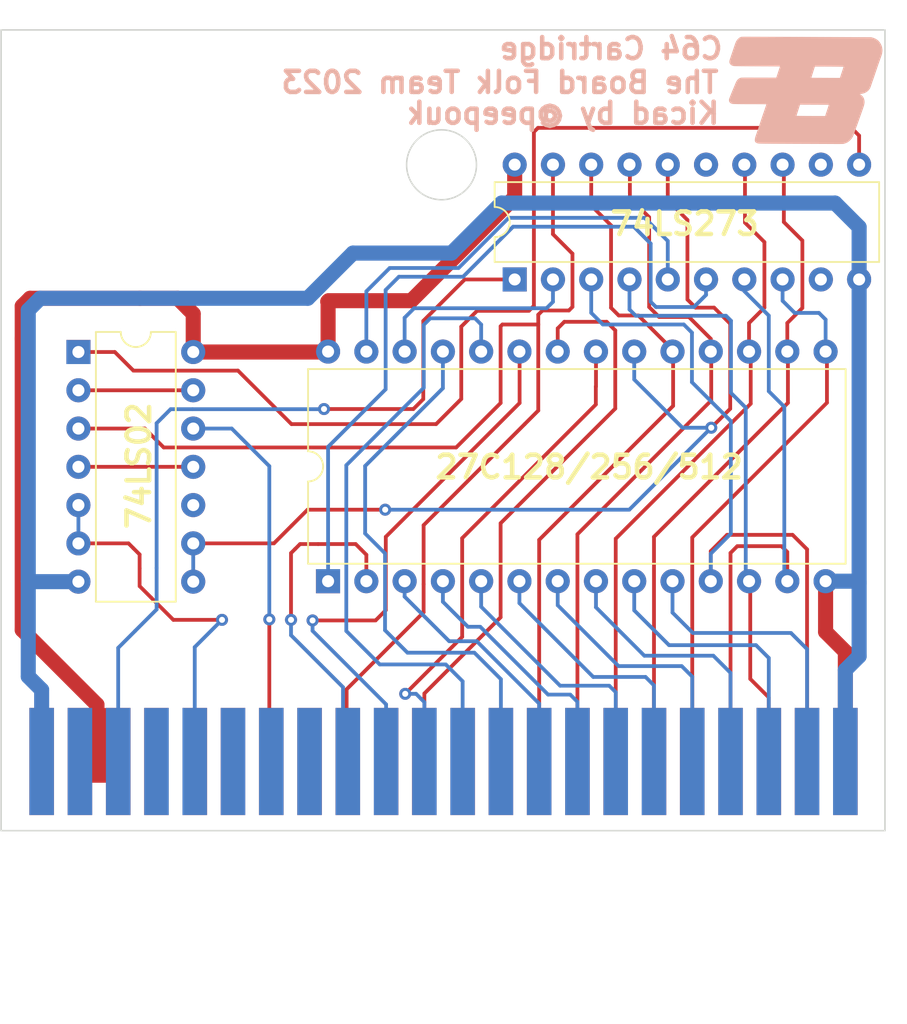
<source format=kicad_pcb>
(kicad_pcb (version 20221018) (generator pcbnew)
  (layers (0 "F.Cu" signal) (31 "B.Cu" signal) (34 "B.Paste" user) (35 "F.Paste" user) (36 "B.SilkS" user "B.Silkscreen") (37 "F.SilkS" user "F.Silkscreen") (38 "B.Mask" user) (39 "F.Mask" user) (44 "Edge.Cuts" user))
  (net 0 "")
  (net 1 "/Cp")
  (net 6 "Net-(U1-Pad13)")
  (net 7 "/Q7")
  (net 8 "Net-(U1-Pad11)")
  (net 9 "VCC")
  (net 23 "GND")
  (net 24 "/PHI2")
  (net 25 "/~{CE}")
  (net 26 "/_IO1")
  (net 27 "/A12")
  (net 28 "/_RESET")
  (net 29 "/A2")
  (net 30 "/A7")
  (net 31 "/A6")
  (net 32 "/A5")
  (net 33 "/A4")
  (net 34 "/A3")
  (net 35 "/A1")
  (net 36 "/A0")
  (net 37 "/Q1")
  (net 38 "/D0")
  (net 39 "/D1")
  (net 40 "/D2")
  (net 41 "/D3")
  (net 42 "/A8")
  (net 43 "/A9")
  (net 44 "/Q0")
  (net 45 "/Q2")
  (net 46 "/A10")
  (net 47 "/A11")
  (net 48 "/_ROML")
  (net 49 "/D7")
  (net 50 "/D6")
  (net 51 "/D5")
  (net 52 "/D4")
  (footprint "Package_DIP:DIP-20_W7.62mm" (layer "F.Cu") (at 149.585 103.71 90)
    (fp_text reference "U2" hide)
    (fp_text value "74LS273")
    (pad "1" thru_hole rect (at 0 0 90) (size 1.6 1.6) (drill 0.8) (layers "*.Cu" "*.Mask") (net 28 "/_RESET"))
    (pad "2" thru_hole oval (at 0 2.54 90) (size 1.6 1.6) (drill 0.8) (layers "*.Cu" "*.Mask") (net 44 "/Q0"))
    (pad "3" thru_hole oval (at 0 5.08 90) (size 1.6 1.6) (drill 0.8) (layers "*.Cu" "*.Mask") (net 38 "/D0"))
    (pad "4" thru_hole oval (at 0 7.62 90) (size 1.6 1.6) (drill 0.8) (layers "*.Cu" "*.Mask") (net 39 "/D1"))
    (pad "5" thru_hole oval (at 0 10.16 90) (size 1.6 1.6) (drill 0.8) (layers "*.Cu" "*.Mask") (net 37 "/Q1"))
    (pad "6" thru_hole oval (at 0 12.7 90) (size 1.6 1.6) (drill 0.8) (layers "*.Cu" "*.Mask") (net 45 "/Q2"))
    (pad "7" thru_hole oval (at 0 15.24 90) (size 1.6 1.6) (drill 0.8) (layers "*.Cu" "*.Mask") (net 40 "/D2"))
    (pad "8" thru_hole oval (at 0 17.78 90) (size 1.6 1.6) (drill 0.8) (layers "*.Cu" "*.Mask") (net 41 "/D3"))
    (pad "9" thru_hole oval (at 0 20.32 90) (size 1.6 1.6) (drill 0.8) (layers "*.Cu" "*.Mask"))
    (pad "10" thru_hole oval (at 0 22.86 90) (size 1.6 1.6) (drill 0.8) (layers "*.Cu" "*.Mask") (net 23 "GND"))
    (pad "11" thru_hole oval (at 7.62 22.86 90) (size 1.6 1.6) (drill 0.8) (layers "*.Cu" "*.Mask") (net 1 "/Cp"))
    (pad "12" thru_hole oval (at 7.62 20.32 90) (size 1.6 1.6) (drill 0.8) (layers "*.Cu" "*.Mask"))
    (pad "13" thru_hole oval (at 7.62 17.78 90) (size 1.6 1.6) (drill 0.8) (layers "*.Cu" "*.Mask") (net 52 "/D4"))
    (pad "14" thru_hole oval (at 7.62 15.24 90) (size 1.6 1.6) (drill 0.8) (layers "*.Cu" "*.Mask") (net 51 "/D5"))
    (pad "15" thru_hole oval (at 7.62 12.7 90) (size 1.6 1.6) (drill 0.8) (layers "*.Cu" "*.Mask"))
    (pad "16" thru_hole oval (at 7.62 10.16 90) (size 1.6 1.6) (drill 0.8) (layers "*.Cu" "*.Mask") (net 25 "/~{CE}"))
    (pad "17" thru_hole oval (at 7.62 7.62 90) (size 1.6 1.6) (drill 0.8) (layers "*.Cu" "*.Mask") (net 50 "/D6"))
    (pad "18" thru_hole oval (at 7.62 5.08 90) (size 1.6 1.6) (drill 0.8) (layers "*.Cu" "*.Mask") (net 49 "/D7"))
    (pad "19" thru_hole oval (at 7.62 2.54 90) (size 1.6 1.6) (drill 0.8) (layers "*.Cu" "*.Mask") (net 7 "/Q7"))
    (pad "20" thru_hole oval (at 7.62 0 90) (size 1.6 1.6) (drill 0.8) (layers "*.Cu" "*.Mask") (net 9 "VCC"))
  )
  (footprint "Package_DIP:DIP-28_W15.24mm" (layer "F.Cu") (at 137.2 123.735 90)
    (fp_text reference "U3" hide)
    (fp_text value "27C512")
    (pad "1" thru_hole rect (at 0 0 90) (size 1.6 1.6) (drill 0.8) (layers "*.Cu" "*.Mask") (net 45 "/Q2"))
    (pad "2" thru_hole oval (at 0 2.54 90) (size 1.6 1.6) (drill 0.8) (layers "*.Cu" "*.Mask") (net 27 "/A12"))
    (pad "3" thru_hole oval (at 0 5.08 90) (size 1.6 1.6) (drill 0.8) (layers "*.Cu" "*.Mask") (net 30 "/A7"))
    (pad "4" thru_hole oval (at 0 7.62 90) (size 1.6 1.6) (drill 0.8) (layers "*.Cu" "*.Mask") (net 31 "/A6"))
    (pad "5" thru_hole oval (at 0 10.16 90) (size 1.6 1.6) (drill 0.8) (layers "*.Cu" "*.Mask") (net 32 "/A5"))
    (pad "6" thru_hole oval (at 0 12.7 90) (size 1.6 1.6) (drill 0.8) (layers "*.Cu" "*.Mask") (net 33 "/A4"))
    (pad "7" thru_hole oval (at 0 15.24 90) (size 1.6 1.6) (drill 0.8) (layers "*.Cu" "*.Mask") (net 34 "/A3"))
    (pad "8" thru_hole oval (at 0 17.78 90) (size 1.6 1.6) (drill 0.8) (layers "*.Cu" "*.Mask") (net 29 "/A2"))
    (pad "9" thru_hole oval (at 0 20.32 90) (size 1.6 1.6) (drill 0.8) (layers "*.Cu" "*.Mask") (net 35 "/A1"))
    (pad "10" thru_hole oval (at 0 22.86 90) (size 1.6 1.6) (drill 0.8) (layers "*.Cu" "*.Mask") (net 36 "/A0"))
    (pad "11" thru_hole oval (at 0 25.4 90) (size 1.6 1.6) (drill 0.8) (layers "*.Cu" "*.Mask") (net 38 "/D0"))
    (pad "12" thru_hole oval (at 0 27.94 90) (size 1.6 1.6) (drill 0.8) (layers "*.Cu" "*.Mask") (net 39 "/D1"))
    (pad "13" thru_hole oval (at 0 30.48 90) (size 1.6 1.6) (drill 0.8) (layers "*.Cu" "*.Mask") (net 40 "/D2"))
    (pad "14" thru_hole oval (at 0 33.02 90) (size 1.6 1.6) (drill 0.8) (layers "*.Cu" "*.Mask") (net 23 "GND"))
    (pad "15" thru_hole oval (at 15.24 33.02 90) (size 1.6 1.6) (drill 0.8) (layers "*.Cu" "*.Mask") (net 41 "/D3"))
    (pad "16" thru_hole oval (at 15.24 30.48 90) (size 1.6 1.6) (drill 0.8) (layers "*.Cu" "*.Mask") (net 52 "/D4"))
    (pad "17" thru_hole oval (at 15.24 27.94 90) (size 1.6 1.6) (drill 0.8) (layers "*.Cu" "*.Mask") (net 51 "/D5"))
    (pad "18" thru_hole oval (at 15.24 25.4 90) (size 1.6 1.6) (drill 0.8) (layers "*.Cu" "*.Mask") (net 50 "/D6"))
    (pad "19" thru_hole oval (at 15.24 22.86 90) (size 1.6 1.6) (drill 0.8) (layers "*.Cu" "*.Mask") (net 49 "/D7"))
    (pad "20" thru_hole oval (at 15.24 20.32 90) (size 1.6 1.6) (drill 0.8) (layers "*.Cu" "*.Mask") (net 25 "/~{CE}"))
    (pad "21" thru_hole oval (at 15.24 17.78 90) (size 1.6 1.6) (drill 0.8) (layers "*.Cu" "*.Mask") (net 46 "/A10"))
    (pad "22" thru_hole oval (at 15.24 15.24 90) (size 1.6 1.6) (drill 0.8) (layers "*.Cu" "*.Mask") (net 48 "/_ROML"))
    (pad "23" thru_hole oval (at 15.24 12.7 90) (size 1.6 1.6) (drill 0.8) (layers "*.Cu" "*.Mask") (net 47 "/A11"))
    (pad "24" thru_hole oval (at 15.24 10.16 90) (size 1.6 1.6) (drill 0.8) (layers "*.Cu" "*.Mask") (net 43 "/A9"))
    (pad "25" thru_hole oval (at 15.24 7.62 90) (size 1.6 1.6) (drill 0.8) (layers "*.Cu" "*.Mask") (net 42 "/A8"))
    (pad "26" thru_hole oval (at 15.24 5.08 90) (size 1.6 1.6) (drill 0.8) (layers "*.Cu" "*.Mask") (net 44 "/Q0"))
    (pad "27" thru_hole oval (at 15.24 2.54 90) (size 1.6 1.6) (drill 0.8) (layers "*.Cu" "*.Mask") (net 37 "/Q1"))
    (pad "28" thru_hole oval (at 15.24 0 90) (size 1.6 1.6) (drill 0.8) (layers "*.Cu" "*.Mask") (net 9 "VCC"))
  )
  (footprint "C64 Cart:Edge Connector 2x22 2.54mm" (layer "F.Cu") (at 171.41 136.08 -90)
    (fp_text reference "J1" hide)
    (fp_text value "Cart Edge" hide)
    (pad "1" smd rect (at -0.38 53.22) (size 1.63 7.11) (layers "F.Cu" "F.Mask"))
    (pad "2" smd rect (at -0.38 50.68) (size 1.63 7.11) (layers "F.Cu" "F.Mask") (net 9 "VCC"))
    (pad "3" smd rect (at -0.38 48.14) (size 1.63 7.11) (layers "F.Cu" "F.Mask") (net 9 "VCC"))
    (pad "4" smd rect (at -0.38 45.6) (size 1.63 7.11) (layers "F.Cu" "F.Mask"))
    (pad "5" smd rect (at -0.38 43.06) (size 1.63 7.11) (layers "F.Cu" "F.Mask"))
    (pad "6" smd rect (at -0.38 40.52) (size 1.63 7.11) (layers "F.Cu" "F.Mask"))
    (pad "7" smd rect (at -0.38 37.98) (size 1.63 7.11) (layers "F.Cu" "F.Mask") (net 26 "/_IO1"))
    (pad "8" smd rect (at -0.38 35.44) (size 1.63 7.11) (layers "F.Cu" "F.Mask"))
    (pad "9" smd rect (at -0.38 32.9) (size 1.63 7.11) (layers "F.Cu" "F.Mask") (net 7 "/Q7"))
    (pad "10" smd rect (at -0.38 30.36) (size 1.63 7.11) (layers "F.Cu" "F.Mask"))
    (pad "11" smd rect (at -0.38 27.82) (size 1.63 7.11) (layers "F.Cu" "F.Mask") (net 48 "/_ROML"))
    (pad "12" smd rect (at -0.38 25.28) (size 1.63 7.11) (layers "F.Cu" "F.Mask"))
    (pad "13" smd rect (at -0.38 22.74) (size 1.63 7.11) (layers "F.Cu" "F.Mask"))
    (pad "14" smd rect (at -0.38 20.2) (size 1.63 7.11) (layers "F.Cu" "F.Mask") (net 49 "/D7"))
    (pad "15" smd rect (at -0.38 17.66) (size 1.63 7.11) (layers "F.Cu" "F.Mask") (net 50 "/D6"))
    (pad "16" smd rect (at -0.38 15.12) (size 1.63 7.11) (layers "F.Cu" "F.Mask") (net 51 "/D5"))
    (pad "17" smd rect (at -0.38 12.58) (size 1.63 7.11) (layers "F.Cu" "F.Mask") (net 52 "/D4"))
    (pad "18" smd rect (at -0.38 10.04) (size 1.63 7.11) (layers "F.Cu" "F.Mask") (net 41 "/D3"))
    (pad "19" smd rect (at -0.38 7.5) (size 1.63 7.11) (layers "F.Cu" "F.Mask") (net 40 "/D2"))
    (pad "20" smd rect (at -0.38 4.96) (size 1.63 7.11) (layers "F.Cu" "F.Mask") (net 39 "/D1"))
    (pad "21" smd rect (at -0.38 2.42) (size 1.63 7.11) (layers "F.Cu" "F.Mask") (net 38 "/D0"))
    (pad "22" smd rect (at -0.38 -0.12) (size 1.63 7.11) (layers "F.Cu" "F.Mask") (net 23 "GND"))
    (pad "A" smd rect (at -0.38 53.22) (size 1.63 7.11) (layers "B.Cu" "B.Mask") (net 23 "GND"))
    (pad "B" smd rect (at -0.38 50.68) (size 1.63 7.11) (layers "B.Cu" "B.Mask"))
    (pad "C" smd rect (at -0.38 48.14) (size 1.63 7.11) (layers "B.Cu" "B.Mask") (net 28 "/_RESET"))
    (pad "D" smd rect (at -0.38 45.6) (size 1.63 7.11) (layers "B.Cu" "B.Mask"))
    (pad "E" smd rect (at -0.38 43.06) (size 1.63 7.11) (layers "B.Cu" "B.Mask") (net 24 "/PHI2"))
    (pad "F" smd rect (at -0.38 40.52) (size 1.63 7.11) (layers "B.Cu" "B.Mask"))
    (pad "H" smd rect (at -0.38 37.98) (size 1.63 7.11) (layers "B.Cu" "B.Mask"))
    (pad "J" smd rect (at -0.38 35.44) (size 1.63 7.11) (layers "B.Cu" "B.Mask"))
    (pad "K" smd rect (at -0.38 32.9) (size 1.63 7.11) (layers "B.Cu" "B.Mask") (net 27 "/A12"))
    (pad "L" smd rect (at -0.38 30.36) (size 1.63 7.11) (layers "B.Cu" "B.Mask") (net 47 "/A11"))
    (pad "M" smd rect (at -0.38 27.82) (size 1.63 7.11) (layers "B.Cu" "B.Mask") (net 46 "/A10"))
    (pad "N" smd rect (at -0.38 25.28) (size 1.63 7.11) (layers "B.Cu" "B.Mask") (net 43 "/A9"))
    (pad "P" smd rect (at -0.38 22.74) (size 1.63 7.11) (layers "B.Cu" "B.Mask") (net 42 "/A8"))
    (pad "R" smd rect (at -0.38 20.2) (size 1.63 7.11) (layers "B.Cu" "B.Mask") (net 30 "/A7"))
    (pad "S" smd rect (at -0.38 17.66) (size 1.63 7.11) (layers "B.Cu" "B.Mask") (net 31 "/A6"))
    (pad "T" smd rect (at -0.38 15.12) (size 1.63 7.11) (layers "B.Cu" "B.Mask") (net 32 "/A5"))
    (pad "U" smd rect (at -0.38 12.58) (size 1.63 7.11) (layers "B.Cu" "B.Mask") (net 33 "/A4"))
    (pad "V" smd rect (at -0.38 10.04) (size 1.63 7.11) (layers "B.Cu" "B.Mask") (net 34 "/A3"))
    (pad "W" smd rect (at -0.38 7.5) (size 1.63 7.11) (layers "B.Cu" "B.Mask") (net 29 "/A2"))
    (pad "X" smd rect (at -0.38 4.96) (size 1.63 7.11) (layers "B.Cu" "B.Mask") (net 35 "/A1"))
    (pad "Y" smd rect (at -0.38 2.42) (size 1.63 7.11) (layers "B.Cu" "B.Mask") (net 36 "/A0"))
    (pad "Z" smd rect (at -0.38 -0.12) (size 1.63 7.11) (layers "B.Cu" "B.Mask") (net 23 "GND"))
  )
  (footprint "Package_DIP:DIP-14_W7.62mm" (layer "F.Cu") (at 120.63 108.525)
    (fp_text reference "U1" hide)
    (fp_text value "74LS02")
    (pad "1" thru_hole rect (at 0 0) (size 1.6 1.6) (drill 0.8) (layers "*.Cu" "*.Mask") (net 1 "/Cp"))
    (pad "2" thru_hole oval (at 0 2.54) (size 1.6 1.6) (drill 0.8) (layers "*.Cu" "*.Mask") (net 6 "Net-(U1-Pad13)"))
    (pad "3" thru_hole oval (at 0 5.08) (size 1.6 1.6) (drill 0.8) (layers "*.Cu" "*.Mask") (net 7 "/Q7"))
    (pad "4" thru_hole oval (at 0 7.62) (size 1.6 1.6) (drill 0.8) (layers "*.Cu" "*.Mask") (net 8 "Net-(U1-Pad11)"))
    (pad "5" thru_hole oval (at 0 10.16) (size 1.6 1.6) (drill 0.8) (layers "*.Cu" "*.Mask") (net 24 "/PHI2"))
    (pad "6" thru_hole oval (at 0 12.7) (size 1.6 1.6) (drill 0.8) (layers "*.Cu" "*.Mask") (net 24 "/PHI2"))
    (pad "7" thru_hole oval (at 0 15.24) (size 1.6 1.6) (drill 0.8) (layers "*.Cu" "*.Mask") (net 23 "GND"))
    (pad "8" thru_hole oval (at 7.62 15.24) (size 1.6 1.6) (drill 0.8) (layers "*.Cu" "*.Mask") (net 25 "/~{CE}"))
    (pad "9" thru_hole oval (at 7.62 12.7) (size 1.6 1.6) (drill 0.8) (layers "*.Cu" "*.Mask") (net 25 "/~{CE}"))
    (pad "10" thru_hole oval (at 7.62 10.16) (size 1.6 1.6) (drill 0.8) (layers "*.Cu" "*.Mask"))
    (pad "11" thru_hole oval (at 7.62 7.62) (size 1.6 1.6) (drill 0.8) (layers "*.Cu" "*.Mask") (net 8 "Net-(U1-Pad11)"))
    (pad "12" thru_hole oval (at 7.62 5.08) (size 1.6 1.6) (drill 0.8) (layers "*.Cu" "*.Mask") (net 26 "/_IO1"))
    (pad "13" thru_hole oval (at 7.62 2.54) (size 1.6 1.6) (drill 0.8) (layers "*.Cu" "*.Mask") (net 6 "Net-(U1-Pad13)"))
    (pad "14" thru_hole oval (at 7.62 0) (size 1.6 1.6) (drill 0.8) (layers "*.Cu" "*.Mask") (net 9 "VCC"))
  )
  (footprint "C64 Cart:BF12" (layer "B.Cu") (at 168.799646 91.257898 180)
    (fp_text reference "G***")
    (fp_text value "LOGO12" hide)
  )
  (gr_line (start 174.16 87.15) (end 115.5 87.15) (stroke (width 0.1)) (layer "Edge.Cuts"))
  (gr_circle (center 144.73 96.1) (end 146.37 97.74) (stroke (width 0.1)) (fill none) (layer "Edge.Cuts"))
  (gr_line (start 174.16 140.29) (end 174.16 87.15) (stroke (width 0.1)) (layer "Edge.Cuts"))
  (gr_line (start 115.5 140.29) (end 174.16 140.29) (stroke (width 0.1)) (layer "Edge.Cuts"))
  (gr_line (start 115.5 87.15) (end 115.5 140.29) (stroke (width 0.1)) (layer "Edge.Cuts"))
  (gr_text "Kicad by @peepouk" (at 163.32 93.5) (layer "B.SilkS") (effects (font (size 1.4 1.4) (thickness 0.3) bold) (justify left bottom mirror)))
  (gr_text "C64 Cartridge" (at 163.54 89.21) (layer "B.SilkS") (effects (font (size 1.4 1.4) (thickness 0.3) bold) (justify left bottom mirror)))
  (gr_text "The Board Folk Team 2023" (at 163.27 91.45) (layer "B.SilkS") (effects (font (size 1.4 1.4) (thickness 0.3) bold) (justify left bottom mirror)))
  (gr_text "74LS273" (at 155.77 100.89) (layer "F.SilkS") (effects (font (size 1.5 1.5) (thickness 0.3) bold) (justify left bottom)))
  (gr_text "74LS02" (at 125.52 120.45 90) (layer "F.SilkS") (effects (font (size 1.5 1.5) (thickness 0.3) bold) (justify left bottom)))
  (gr_text "27C128/256/512" (at 144.15 117.04) (layer "F.SilkS") (effects (font (size 1.5 1.5) (thickness 0.3) bold) (justify left bottom)))
  (segment (start 120.63 108.525) (end 123.045 108.525) (width 0.25) (layer "F.Cu") (net 1))
  (segment (start 134.77 113.31) (end 144.37 113.31) (width 0.25) (layer "F.Cu") (net 1))
  (segment (start 151.13 93.65) (end 171.93 93.65) (width 0.25) (layer "F.Cu") (net 1))
  (segment (start 144.37 113.31) (end 146.04 111.64) (width 0.25) (layer "F.Cu") (net 1))
  (segment (start 123.045 108.525) (end 124.28 109.76) (width 0.25) (layer "F.Cu") (net 1))
  (segment (start 131.22 109.76) (end 134.77 113.31) (width 0.25) (layer "F.Cu") (net 1))
  (segment (start 172.445 94.165) (end 172.445 96.09) (width 0.25) (layer "F.Cu") (net 1))
  (segment (start 150.86 93.92) (end 151.13 93.65) (width 0.25) (layer "F.Cu") (net 1))
  (segment (start 150.53 105.79) (end 150.86 105.46) (width 0.25) (layer "F.Cu") (net 1))
  (segment (start 150.86 105.46) (end 150.86 93.92) (width 0.25) (layer "F.Cu") (net 1))
  (segment (start 146.04 111.64) (end 146.04 106.84) (width 0.25) (layer "F.Cu") (net 1))
  (segment (start 124.28 109.76) (end 131.22 109.76) (width 0.25) (layer "F.Cu") (net 1))
  (segment (start 171.93 93.65) (end 172.445 94.165) (width 0.25) (layer "F.Cu") (net 1))
  (segment (start 146.04 106.84) (end 147.09 105.79) (width 0.25) (layer "F.Cu") (net 1))
  (segment (start 147.09 105.79) (end 150.53 105.79) (width 0.25) (layer "F.Cu") (net 1))
  (segment (start 120.63 111.065) (end 128.25 111.065) (width 0.25) (layer "F.Cu") (net 6))
  (segment (start 151.43 105.77) (end 153.18 105.77) (width 0.25) (layer "F.Cu") (net 7))
  (segment (start 152.125 100.705) (end 152.125 96.09) (width 0.25) (layer "F.Cu") (net 7))
  (segment (start 151.15 106.7) (end 151.15 106.05) (width 0.25) (layer "F.Cu") (net 7))
  (segment (start 126.29 114.86) (end 145.7 114.86) (width 0.25) (layer "F.Cu") (net 7))
  (segment (start 151.15 112.41) (end 150.25 113.31) (width 0.25) (layer "F.Cu") (net 7))
  (segment (start 148.65 111.91) (end 148.65 106.82) (width 0.25) (layer "F.Cu") (net 7))
  (segment (start 120.63 113.605) (end 125.035 113.605) (width 0.25) (layer "F.Cu") (net 7))
  (segment (start 150.25 113.31) (end 143.54 120.02) (width 0.25) (layer "F.Cu") (net 7))
  (segment (start 138.43 130.91) (end 138.43 135.77) (width 0.25) (layer "F.Cu") (net 7))
  (segment (start 143.54 125.8) (end 140.47 128.87) (width 0.25) (layer "F.Cu") (net 7))
  (segment (start 148.77 106.7) (end 151.15 106.7) (width 0.25) (layer "F.Cu") (net 7))
  (segment (start 140.47 128.87) (end 138.43 130.91) (width 0.25) (layer "F.Cu") (net 7))
  (segment (start 151.15 106.05) (end 151.43 105.77) (width 0.25) (layer "F.Cu") (net 7))
  (segment (start 151.15 106.7) (end 151.15 112.41) (width 0.25) (layer "F.Cu") (net 7))
  (segment (start 143.54 123.94) (end 143.54 125.8) (width 0.25) (layer "F.Cu") (net 7))
  (segment (start 145.7 114.86) (end 148.65 111.91) (width 0.25) (layer "F.Cu") (net 7))
  (segment (start 125.035 113.605) (end 126.29 114.86) (width 0.25) (layer "F.Cu") (net 7))
  (segment (start 153.42 102) (end 152.125 100.705) (width 0.25) (layer "F.Cu") (net 7))
  (segment (start 153.42 105.53) (end 153.42 102) (width 0.25) (layer "F.Cu") (net 7))
  (segment (start 153.18 105.77) (end 153.42 105.53) (width 0.25) (layer "F.Cu") (net 7))
  (segment (start 143.54 120.02) (end 143.54 123.94) (width 0.25) (layer "F.Cu") (net 7))
  (segment (start 148.65 106.82) (end 148.77 106.7) (width 0.25) (layer "F.Cu") (net 7))
  (segment (start 120.63 116.145) (end 128.25 116.145) (width 0.25) (layer "F.Cu") (net 8))
  (segment (start 116.9 126.97) (end 121.86 131.93) (width 1) (layer "F.Cu") (net 9))
  (segment (start 116.9 105.48) (end 116.9 107.64) (width 1) (layer "F.Cu") (net 9))
  (segment (start 121.86 133.76) (end 121.87 133.77) (width 1) (layer "F.Cu") (net 9))
  (segment (start 137.24 105.12) (end 142.72 105.12) (width 1) (layer "F.Cu") (net 9))
  (segment (start 137.18 105.18) (end 137.24 105.12) (width 1) (layer "F.Cu") (net 9))
  (segment (start 116.9 107.64) (end 116.9 126.97) (width 1) (layer "F.Cu") (net 9))
  (segment (start 127.92 105.66) (end 127.22 104.96) (width 1) (layer "F.Cu") (net 9))
  (segment (start 127.22 104.96) (end 124.71 104.96) (width 1) (layer "F.Cu") (net 9))
  (segment (start 149.585 98.255) (end 149.585 96.09) (width 1) (layer "F.Cu") (net 9))
  (segment (start 124.71 104.96) (end 117.42 104.96) (width 1) (layer "F.Cu") (net 9))
  (segment (start 128.25 108.525) (end 128.25 105.99) (width 1) (layer "F.Cu") (net 9))
  (segment (start 137.2 105.2) (end 137.18 105.18) (width 1) (layer "F.Cu") (net 9))
  (segment (start 128.25 105.99) (end 127.92 105.66) (width 1) (layer "F.Cu") (net 9))
  (segment (start 121.86 131.93) (end 121.86 133.76) (width 1) (layer "F.Cu") (net 9))
  (segment (start 116.96 105.42) (end 116.9 105.48) (width 1) (layer "F.Cu") (net 9))
  (segment (start 142.72 105.12) (end 149.585 98.255) (width 1) (layer "F.Cu") (net 9))
  (segment (start 117.42 104.96) (end 116.96 105.42) (width 1) (layer "F.Cu") (net 9))
  (segment (start 128.25 108.525) (end 137.17 108.525) (width 1) (layer "F.Cu") (net 9))
  (segment (start 137.2 108.495) (end 137.2 105.2) (width 1) (layer "F.Cu") (net 9))
  (segment (start 137.17 108.525) (end 137.2 108.495) (width 1) (layer "F.Cu") (net 9))
  (segment (start 171.53 128.41) (end 170.22 127.1) (width 1) (layer "F.Cu") (net 23))
  (segment (start 171.53 135.7) (end 171.53 128.41) (width 1) (layer "F.Cu") (net 23))
  (segment (start 170.22 127.1) (end 170.22 123.735) (width 1) (layer "F.Cu") (net 23))
  (segment (start 171.53 129.63) (end 172.445 128.715) (width 1) (layer "B.Cu") (net 23))
  (segment (start 148.71 98.64) (end 145.39 101.96) (width 1) (layer "B.Cu") (net 23))
  (segment (start 170.85 98.64) (end 148.71 98.64) (width 1) (layer "B.Cu") (net 23))
  (segment (start 120.63 123.765) (end 117.325 123.765) (width 1) (layer "B.Cu") (net 23))
  (segment (start 145.39 101.96) (end 138.85 101.96) (width 1) (layer "B.Cu") (net 23))
  (segment (start 172.445 100.235) (end 170.85 98.64) (width 1) (layer "B.Cu") (net 23))
  (segment (start 117.3 130.06) (end 118.19 130.95) (width 1) (layer "B.Cu") (net 23))
  (segment (start 117.3 105.75) (end 117.3 123.74) (width 1) (layer "B.Cu") (net 23))
  (segment (start 117.325 123.765) (end 117.3 123.74) (width 1) (layer "B.Cu") (net 23))
  (segment (start 138.85 101.96) (end 135.85 104.96) (width 1) (layer "B.Cu") (net 23))
  (segment (start 172.445 103.71) (end 172.445 100.235) (width 1) (layer "B.Cu") (net 23))
  (segment (start 172.36 123.735) (end 172.445 123.82) (width 1) (layer "B.Cu") (net 23))
  (segment (start 172.445 128.715) (end 172.445 123.82) (width 1) (layer "B.Cu") (net 23))
  (segment (start 117.3 123.74) (end 117.3 130.06) (width 1) (layer "B.Cu") (net 23))
  (segment (start 171.53 135.7) (end 171.53 129.63) (width 1) (layer "B.Cu") (net 23))
  (segment (start 172.445 123.82) (end 172.445 103.71) (width 1) (layer "B.Cu") (net 23))
  (segment (start 135.85 104.96) (end 118.09 104.96) (width 1) (layer "B.Cu") (net 23))
  (segment (start 118.09 104.96) (end 117.3 105.75) (width 1) (layer "B.Cu") (net 23))
  (segment (start 118.19 130.95) (end 118.19 135.7) (width 1) (layer "B.Cu") (net 23))
  (segment (start 170.22 123.735) (end 172.36 123.735) (width 1) (layer "B.Cu") (net 23))
  (segment (start 120.63 121.225) (end 123.955 121.225) (width 0.25) (layer "F.Cu") (net 24))
  (segment (start 126.93 126.3) (end 130.16 126.3) (width 0.25) (layer "F.Cu") (net 24))
  (segment (start 124.69 122.88) (end 124.69 124.06) (width 0.25) (layer "F.Cu") (net 24))
  (segment (start 124.69 124.06) (end 125.47 124.84) (width 0.25) (layer "F.Cu") (net 24))
  (segment (start 124.28 121.55) (end 124.69 121.96) (width 0.25) (layer "F.Cu") (net 24))
  (segment (start 123.955 121.225) (end 124.28 121.55) (width 0.25) (layer "F.Cu") (net 24))
  (segment (start 124.69 121.96) (end 124.69 122.88) (width 0.25) (layer "F.Cu") (net 24))
  (segment (start 125.47 124.84) (end 126.93 126.3) (width 0.25) (layer "F.Cu") (net 24))
  (via (at 130.16 126.3) (size 0.8) (drill 0.4) (layers "F.Cu" "B.Cu") (net 24))
  (segment (start 128.35 128.11) (end 128.35 135.7) (width 0.25) (layer "B.Cu") (net 24))
  (segment (start 130.16 126.3) (end 128.35 128.11) (width 0.25) (layer "B.Cu") (net 24))
  (segment (start 120.63 118.685) (end 120.63 121.225) (width 0.25) (layer "B.Cu") (net 24))
  (segment (start 161.05 105.04) (end 161.05 99.76) (width 0.25) (layer "F.Cu") (net 25))
  (segment (start 162.63 113.55) (end 163.89 112.29) (width 0.25) (layer "F.Cu") (net 25))
  (segment (start 133.605 121.225) (end 134.78 120.05) (width 0.25) (layer "F.Cu") (net 25))
  (segment (start 134.78 120.05) (end 135.84 118.99) (width 0.25) (layer "F.Cu") (net 25))
  (segment (start 159.745 98.455) (end 159.745 96.09) (width 0.25) (layer "F.Cu") (net 25))
  (segment (start 161.05 99.76) (end 159.745 98.455) (width 0.25) (layer "F.Cu") (net 25))
  (segment (start 162.82 105.58) (end 161.59 105.58) (width 0.25) (layer "F.Cu") (net 25))
  (segment (start 163.89 106.65) (end 162.82 105.58) (width 0.25) (layer "F.Cu") (net 25))
  (segment (start 128.25 121.225) (end 133.605 121.225) (width 0.25) (layer "F.Cu") (net 25))
  (segment (start 163.89 112.29) (end 163.89 106.65) (width 0.25) (layer "F.Cu") (net 25))
  (segment (start 161.59 105.58) (end 161.05 105.04) (width 0.25) (layer "F.Cu") (net 25))
  (segment (start 135.84 118.99) (end 140.99 118.99) (width 0.25) (layer "F.Cu") (net 25))
  (via (at 140.99 118.99) (size 0.8) (drill 0.4) (layers "F.Cu" "B.Cu") (net 25))
  (via (at 162.63 113.55) (size 0.8) (drill 0.4) (layers "F.Cu" "B.Cu") (net 25))
  (segment (start 128.25 123.765) (end 128.25 121.225) (width 0.25) (layer "B.Cu") (net 25))
  (segment (start 157.19 118.99) (end 162.63 113.55) (width 0.25) (layer "B.Cu") (net 25))
  (segment (start 160.72 113.55) (end 157.52 110.35) (width 0.25) (layer "B.Cu") (net 25))
  (segment (start 140.99 118.99) (end 157.19 118.99) (width 0.25) (layer "B.Cu") (net 25))
  (segment (start 157.52 110.35) (end 157.52 108.495) (width 0.25) (layer "B.Cu") (net 25))
  (segment (start 162.63 113.55) (end 160.72 113.55) (width 0.25) (layer "B.Cu") (net 25))
  (segment (start 133.3 126.27) (end 133.3 135.57) (width 0.25) (layer "F.Cu") (net 26))
  (segment (start 133.3 135.57) (end 133.43 135.7) (width 0.25) (layer "F.Cu") (net 26))
  (via (at 133.3 126.27) (size 0.8) (drill 0.4) (layers "F.Cu" "B.Cu") (net 26))
  (segment (start 130.805 113.605) (end 131.44 114.24) (width 0.25) (layer "B.Cu") (net 26))
  (segment (start 128.25 113.605) (end 130.805 113.605) (width 0.25) (layer "B.Cu") (net 26))
  (segment (start 131.44 114.24) (end 133.3 116.1) (width 0.25) (layer "B.Cu") (net 26))
  (segment (start 133.3 116.1) (end 133.3 126.27) (width 0.25) (layer "B.Cu") (net 26))
  (segment (start 139.74 123.735) (end 139.74 121.98) (width 0.25) (layer "F.Cu") (net 27))
  (segment (start 136.54 121.27) (end 135.34 121.27) (width 0.25) (layer "F.Cu") (net 27))
  (segment (start 135.34 121.27) (end 135.02 121.59) (width 0.25) (layer "F.Cu") (net 27))
  (segment (start 139.74 121.98) (end 139.4 121.64) (width 0.25) (layer "F.Cu") (net 27))
  (segment (start 134.74 121.87) (end 134.74 126.3) (width 0.25) (layer "F.Cu") (net 27))
  (segment (start 139.4 121.64) (end 139.03 121.27) (width 0.25) (layer "F.Cu") (net 27))
  (segment (start 139.03 121.27) (end 136.54 121.27) (width 0.25) (layer "F.Cu") (net 27))
  (segment (start 135.02 121.59) (end 134.74 121.87) (width 0.25) (layer "F.Cu") (net 27))
  (via (at 134.74 126.3) (size 0.8) (drill 0.4) (layers "F.Cu" "B.Cu") (net 27))
  (segment (start 138.19 130.77) (end 138.19 135.38) (width 0.25) (layer "B.Cu") (net 27))
  (segment (start 134.74 126.3) (end 134.74 127.32) (width 0.25) (layer "B.Cu") (net 27))
  (segment (start 134.74 127.32) (end 138.19 130.77) (width 0.25) (layer "B.Cu") (net 27))
  (segment (start 138.19 135.38) (end 138.51 135.7) (width 0.25) (layer "B.Cu") (net 27))
  (segment (start 143.52 111.65) (end 143.52 106.46) (width 0.25) (layer "F.Cu") (net 28))
  (segment (start 143.52 106.46) (end 146.27 103.71) (width 0.25) (layer "F.Cu") (net 28))
  (segment (start 136.93 112.31) (end 142.86 112.31) (width 0.25) (layer "F.Cu") (net 28))
  (segment (start 142.86 112.31) (end 143.52 111.65) (width 0.25) (layer "F.Cu") (net 28))
  (segment (start 146.27 103.71) (end 149.585 103.71) (width 0.25) (layer "F.Cu") (net 28))
  (via (at 136.93 112.31) (size 0.8) (drill 0.4) (layers "F.Cu" "B.Cu") (net 28))
  (segment (start 126.75 112.32) (end 128.2 112.32) (width 0.25) (layer "B.Cu") (net 28))
  (segment (start 124.4 127.03) (end 125.82 125.61) (width 0.25) (layer "B.Cu") (net 28))
  (segment (start 123.27 128.16) (end 124.4 127.03) (width 0.25) (layer "B.Cu") (net 28))
  (segment (start 125.82 125.61) (end 125.82 122.86) (width 0.25) (layer "B.Cu") (net 28))
  (segment (start 126.22 112.85) (end 126.75 112.32) (width 0.25) (layer "B.Cu") (net 28))
  (segment (start 125.82 122.86) (end 125.82 113.25) (width 0.25) (layer "B.Cu") (net 28))
  (segment (start 125.82 113.25) (end 126.22 112.85) (width 0.25) (layer "B.Cu") (net 28))
  (segment (start 128.2 112.32) (end 136.92 112.32) (width 0.25) (layer "B.Cu") (net 28))
  (segment (start 136.92 112.32) (end 136.93 112.31) (width 0.25) (layer "B.Cu") (net 28))
  (segment (start 123.27 135.7) (end 123.27 128.16) (width 0.25) (layer "B.Cu") (net 28))
  (segment (start 154.98 125.47) (end 158.19 128.68) (width 0.25) (layer "B.Cu") (net 29))
  (segment (start 162.77 128.68) (end 163.91 129.82) (width 0.25) (layer "B.Cu") (net 29))
  (segment (start 163.91 129.82) (end 163.91 135.7) (width 0.25) (layer "B.Cu") (net 29))
  (segment (start 158.19 128.68) (end 162.77 128.68) (width 0.25) (layer "B.Cu") (net 29))
  (segment (start 154.98 123.735) (end 154.98 125.47) (width 0.25) (layer "B.Cu") (net 29))
  (segment (start 151.21 131.86) (end 151.21 135.7) (width 0.25) (layer "B.Cu") (net 30))
  (segment (start 147.07 127.72) (end 151.21 131.86) (width 0.25) (layer "B.Cu") (net 30))
  (segment (start 142.28 123.735) (end 142.28 124.76) (width 0.25) (layer "B.Cu") (net 30))
  (segment (start 142.28 124.76) (end 145.24 127.72) (width 0.25) (layer "B.Cu") (net 30))
  (segment (start 145.24 127.72) (end 147.07 127.72) (width 0.25) (layer "B.Cu") (net 30))
  (segment (start 151.8 131.26) (end 153.27 131.26) (width 0.25) (layer "B.Cu") (net 31))
  (segment (start 153.27 131.26) (end 153.75 131.74) (width 0.25) (layer "B.Cu") (net 31))
  (segment (start 153.75 131.74) (end 153.75 135.7) (width 0.25) (layer "B.Cu") (net 31))
  (segment (start 144.82 125.1) (end 146.48 126.76) (width 0.25) (layer "B.Cu") (net 31))
  (segment (start 144.82 123.735) (end 144.82 125.1) (width 0.25) (layer "B.Cu") (net 31))
  (segment (start 146.48 126.76) (end 147.3 126.76) (width 0.25) (layer "B.Cu") (net 31))
  (segment (start 147.3 126.76) (end 151.8 131.26) (width 0.25) (layer "B.Cu") (net 31))
  (segment (start 147.36 123.735) (end 147.36 125.43) (width 0.25) (layer "B.Cu") (net 32))
  (segment (start 155.86 130.67) (end 156.29 131.1) (width 0.25) (layer "B.Cu") (net 32))
  (segment (start 152.6 130.67) (end 155.86 130.67) (width 0.25) (layer "B.Cu") (net 32))
  (segment (start 156.29 131.1) (end 156.29 135.7) (width 0.25) (layer "B.Cu") (net 32))
  (segment (start 147.36 125.43) (end 152.6 130.67) (width 0.25) (layer "B.Cu") (net 32))
  (segment (start 149.9 123.735) (end 149.9 125.19) (width 0.25) (layer "B.Cu") (net 33))
  (segment (start 158.83 130.65) (end 158.83 135.7) (width 0.25) (layer "B.Cu") (net 33))
  (segment (start 149.9 125.19) (end 154.8 130.09) (width 0.25) (layer "B.Cu") (net 33))
  (segment (start 158.27 130.09) (end 158.83 130.65) (width 0.25) (layer "B.Cu") (net 33))
  (segment (start 154.8 130.09) (end 158.27 130.09) (width 0.25) (layer "B.Cu") (net 33))
  (segment (start 152.44 123.735) (end 152.44 125.33) (width 0.25) (layer "B.Cu") (net 34))
  (segment (start 156.48 129.37) (end 160.67 129.37) (width 0.25) (layer "B.Cu") (net 34))
  (segment (start 161.37 130.07) (end 161.37 135.7) (width 0.25) (layer "B.Cu") (net 34))
  (segment (start 160.67 129.37) (end 161.37 130.07) (width 0.25) (layer "B.Cu") (net 34))
  (segment (start 152.44 125.33) (end 156.48 129.37) (width 0.25) (layer "B.Cu") (net 34))
  (segment (start 157.52 125.67) (end 159.83 127.98) (width 0.25) (layer "B.Cu") (net 35))
  (segment (start 165.6 127.98) (end 166.45 128.83) (width 0.25) (layer "B.Cu") (net 35))
  (segment (start 159.83 127.98) (end 165.6 127.98) (width 0.25) (layer "B.Cu") (net 35))
  (segment (start 166.45 128.83) (end 166.45 135.7) (width 0.25) (layer "B.Cu") (net 35))
  (segment (start 157.52 123.735) (end 157.52 125.67) (width 0.25) (layer "B.Cu") (net 35))
  (segment (start 161.41 127.17) (end 167.92 127.17) (width 0.25) (layer "B.Cu") (net 36))
  (segment (start 160.06 123.735) (end 160.06 125.82) (width 0.25) (layer "B.Cu") (net 36))
  (segment (start 167.92 127.17) (end 168.99 128.24) (width 0.25) (layer "B.Cu") (net 36))
  (segment (start 160.06 125.82) (end 161.41 127.17) (width 0.25) (layer "B.Cu") (net 36))
  (segment (start 168.99 128.24) (end 168.99 135.7) (width 0.25) (layer "B.Cu") (net 36))
  (segment (start 141.29 102.95) (end 145.86 102.95) (width 0.25) (layer "B.Cu") (net 37))
  (segment (start 139.74 104.5) (end 141.29 102.95) (width 0.25) (layer "B.Cu") (net 37))
  (segment (start 159.745 101.155) (end 159.745 103.71) (width 0.25) (layer "B.Cu") (net 37))
  (segment (start 149.19 99.62) (end 158.21 99.62) (width 0.25) (layer "B.Cu") (net 37))
  (segment (start 145.86 102.95) (end 149.19 99.62) (width 0.25) (layer "B.Cu") (net 37))
  (segment (start 139.74 108.495) (end 139.74 104.5) (width 0.25) (layer "B.Cu") (net 37))
  (segment (start 158.21 99.62) (end 159.745 101.155) (width 0.25) (layer "B.Cu") (net 37))
  (segment (start 163.68 120.66) (end 162.6 121.74) (width 0.25) (layer "F.Cu") (net 38))
  (segment (start 168.03 120.66) (end 163.68 120.66) (width 0.25) (layer "F.Cu") (net 38))
  (segment (start 168.99 135.7) (end 168.99 121.62) (width 0.25) (layer "F.Cu") (net 38))
  (segment (start 168.99 121.62) (end 168.03 120.66) (width 0.25) (layer "F.Cu") (net 38))
  (segment (start 162.6 121.74) (end 162.6 123.735) (width 0.25) (layer "F.Cu") (net 38))
  (segment (start 162.6 121.91) (end 163.93 120.58) (width 0.25) (layer "B.Cu") (net 38))
  (segment (start 155.44 106.7) (end 154.665 105.925) (width 0.25) (layer "B.Cu") (net 38))
  (segment (start 154.665 105.925) (end 154.665 103.71) (width 0.25) (layer "B.Cu") (net 38))
  (segment (start 161.35 107.24) (end 160.81 106.7) (width 0.25) (layer "B.Cu") (net 38))
  (segment (start 162.6 123.735) (end 162.6 121.91) (width 0.25) (layer "B.Cu") (net 38))
  (segment (start 163.93 120.58) (end 163.93 113.11) (width 0.25) (layer "B.Cu") (net 38))
  (segment (start 160.81 106.7) (end 155.44 106.7) (width 0.25) (layer "B.Cu") (net 38))
  (segment (start 163.93 113.11) (end 161.35 110.53) (width 0.25) (layer "B.Cu") (net 38))
  (segment (start 161.35 110.53) (end 161.35 107.24) (width 0.25) (layer "B.Cu") (net 38))
  (segment (start 165.22 130.22) (end 165.22 123.815) (width 0.25) (layer "F.Cu") (net 39))
  (segment (start 166.45 135.7) (end 166.45 131.45) (width 0.25) (layer "F.Cu") (net 39))
  (segment (start 166.45 131.45) (end 165.22 130.22) (width 0.25) (layer "F.Cu") (net 39))
  (segment (start 165.22 123.815) (end 165.14 123.735) (width 0.25) (layer "F.Cu") (net 39))
  (segment (start 163.61 106.12) (end 157.62 106.12) (width 0.25) (layer "B.Cu") (net 39))
  (segment (start 164.92 123.515) (end 164.92 112.22) (width 0.25) (layer "B.Cu") (net 39))
  (segment (start 164.92 112.22) (end 163.94 111.24) (width 0.25) (layer "B.Cu") (net 39))
  (segment (start 163.94 111.24) (end 163.94 106.45) (width 0.25) (layer "B.Cu") (net 39))
  (segment (start 165.14 123.735) (end 164.92 123.515) (width 0.25) (layer "B.Cu") (net 39))
  (segment (start 157.205 105.705) (end 157.205 103.71) (width 0.25) (layer "B.Cu") (net 39))
  (segment (start 157.62 106.12) (end 157.205 105.705) (width 0.25) (layer "B.Cu") (net 39))
  (segment (start 163.94 106.45) (end 163.61 106.12) (width 0.25) (layer "B.Cu") (net 39))
  (segment (start 167.29 121.41) (end 167.68 121.8) (width 0.25) (layer "F.Cu") (net 40))
  (segment (start 163.91 121.86) (end 164.36 121.41) (width 0.25) (layer "F.Cu") (net 40))
  (segment (start 167.68 121.8) (end 167.68 123.735) (width 0.25) (layer "F.Cu") (net 40))
  (segment (start 164.36 121.41) (end 167.29 121.41) (width 0.25) (layer "F.Cu") (net 40))
  (segment (start 163.91 135.7) (end 163.91 121.86) (width 0.25) (layer "F.Cu") (net 40))
  (segment (start 167.68 123.735) (end 167.48 123.535) (width 0.25) (layer "B.Cu") (net 40))
  (segment (start 166.45 111.13) (end 166.45 106.11) (width 0.25) (layer "B.Cu") (net 40))
  (segment (start 166.45 106.11) (end 164.825 104.485) (width 0.25) (layer "B.Cu") (net 40))
  (segment (start 164.825 104.485) (end 164.825 103.71) (width 0.25) (layer "B.Cu") (net 40))
  (segment (start 167.48 123.535) (end 167.48 112.16) (width 0.25) (layer "B.Cu") (net 40))
  (segment (start 167.48 112.16) (end 166.45 111.13) (width 0.25) (layer "B.Cu") (net 40))
  (segment (start 161.37 120.83) (end 170.31 111.89) (width 0.25) (layer "F.Cu") (net 41))
  (segment (start 170.31 108.585) (end 170.22 108.495) (width 0.25) (layer "F.Cu") (net 41))
  (segment (start 161.37 135.7) (end 161.37 120.83) (width 0.25) (layer "F.Cu") (net 41))
  (segment (start 170.31 111.89) (end 170.31 108.585) (width 0.25) (layer "F.Cu") (net 41))
  (segment (start 167.365 105.125) (end 167.365 103.71) (width 0.25) (layer "B.Cu") (net 41))
  (segment (start 170.22 108.495) (end 170.22 106.37) (width 0.25) (layer "B.Cu") (net 41))
  (segment (start 168.17 105.93) (end 167.365 105.125) (width 0.25) (layer "B.Cu") (net 41))
  (segment (start 170.22 106.37) (end 169.78 105.93) (width 0.25) (layer "B.Cu") (net 41))
  (segment (start 169.78 105.93) (end 168.17 105.93) (width 0.25) (layer "B.Cu") (net 41))
  (segment (start 142.47 128.48) (end 140.98 126.99) (width 0.25) (layer "B.Cu") (net 42))
  (segment (start 139.66 116.09) (end 144.82 110.93) (width 0.25) (layer "B.Cu") (net 42))
  (segment (start 146.91 128.48) (end 142.47 128.48) (width 0.25) (layer "B.Cu") (net 42))
  (segment (start 148.67 130.24) (end 146.91 128.48) (width 0.25) (layer "B.Cu") (net 42))
  (segment (start 140.98 126.99) (end 140.98 121.89) (width 0.25) (layer "B.Cu") (net 42))
  (segment (start 148.67 135.7) (end 148.67 130.24) (width 0.25) (layer "B.Cu") (net 42))
  (segment (start 140.98 121.89) (end 139.66 120.57) (width 0.25) (layer "B.Cu") (net 42))
  (segment (start 139.66 120.57) (end 139.66 116.09) (width 0.25) (layer "B.Cu") (net 42))
  (segment (start 144.82 110.93) (end 144.82 108.495) (width 0.25) (layer "B.Cu") (net 42))
  (segment (start 146.95 106.29) (end 147.36 106.7) (width 0.25) (layer "B.Cu") (net 43))
  (segment (start 138.41 116.04) (end 143.55 110.9) (width 0.25) (layer "B.Cu") (net 43))
  (segment (start 143.55 106.72) (end 143.98 106.29) (width 0.25) (layer "B.Cu") (net 43))
  (segment (start 140.63 129.26) (end 138.41 127.04) (width 0.25) (layer "B.Cu") (net 43))
  (segment (start 145.01 129.26) (end 140.63 129.26) (width 0.25) (layer "B.Cu") (net 43))
  (segment (start 146.13 135.7) (end 146.13 130.38) (width 0.25) (layer "B.Cu") (net 43))
  (segment (start 143.55 110.9) (end 143.55 106.72) (width 0.25) (layer "B.Cu") (net 43))
  (segment (start 143.98 106.29) (end 146.95 106.29) (width 0.25) (layer "B.Cu") (net 43))
  (segment (start 146.13 130.38) (end 145.01 129.26) (width 0.25) (layer "B.Cu") (net 43))
  (segment (start 147.36 106.7) (end 147.36 108.495) (width 0.25) (layer "B.Cu") (net 43))
  (segment (start 138.41 127.04) (end 138.41 116.04) (width 0.25) (layer "B.Cu") (net 43))
  (segment (start 142.28 108.495) (end 142.28 106.25) (width 0.25) (layer "B.Cu") (net 44))
  (segment (start 151.7 105.62) (end 152.125 105.195) (width 0.25) (layer "B.Cu") (net 44))
  (segment (start 152.125 105.195) (end 152.125 103.71) (width 0.25) (layer "B.Cu") (net 44))
  (segment (start 142.91 105.62) (end 151.7 105.62) (width 0.25) (layer "B.Cu") (net 44))
  (segment (start 142.28 106.25) (end 142.91 105.62) (width 0.25) (layer "B.Cu") (net 44))
  (segment (start 161.48 105.54) (end 162.285 104.735) (width 0.25) (layer "B.Cu") (net 45))
  (segment (start 141.9 103.53) (end 146.16 103.53) (width 0.25) (layer "B.Cu") (net 45))
  (segment (start 158.61 105.19) (end 158.96 105.54) (width 0.25) (layer "B.Cu") (net 45))
  (segment (start 157.49 100.21) (end 158.61 101.33) (width 0.25) (layer "B.Cu") (net 45))
  (segment (start 146.16 103.53) (end 149.48 100.21) (width 0.25) (layer "B.Cu") (net 45))
  (segment (start 158.61 101.33) (end 158.61 105.19) (width 0.25) (layer "B.Cu") (net 45))
  (segment (start 141.02 111) (end 141.02 104.41) (width 0.25) (layer "B.Cu") (net 45))
  (segment (start 158.96 105.54) (end 161.48 105.54) (width 0.25) (layer "B.Cu") (net 45))
  (segment (start 137.2 123.735) (end 137.2 114.82) (width 0.25) (layer "B.Cu") (net 45))
  (segment (start 149.48 100.21) (end 157.49 100.21) (width 0.25) (layer "B.Cu") (net 45))
  (segment (start 162.285 104.735) (end 162.285 103.71) (width 0.25) (layer "B.Cu") (net 45))
  (segment (start 137.2 114.82) (end 141.02 111) (width 0.25) (layer "B.Cu") (net 45))
  (segment (start 141.02 104.41) (end 141.9 103.53) (width 0.25) (layer "B.Cu") (net 45))
  (segment (start 146.1 120.88) (end 154.97 112.01) (width 0.25) (layer "F.Cu") (net 46))
  (segment (start 142.32 131.21) (end 146.1 127.43) (width 0.25) (layer "F.Cu") (net 46))
  (segment (start 154.98 110.81) (end 154.98 108.495) (width 0.25) (layer "F.Cu") (net 46))
  (segment (start 146.1 127.43) (end 146.1 120.88) (width 0.25) (layer "F.Cu") (net 46))
  (segment (start 154.97 112.01) (end 154.97 110.82) (width 0.25) (layer "F.Cu") (net 46))
  (segment (start 154.97 110.82) (end 154.98 110.81) (width 0.25) (layer "F.Cu") (net 46))
  (via (at 142.32 131.21) (size 0.8) (drill 0.4) (layers "F.Cu" "B.Cu") (net 46))
  (segment (start 143.04 131.21) (end 142.32 131.21) (width 0.25) (layer "B.Cu") (net 46))
  (segment (start 143.59 135.7) (end 143.59 131.76) (width 0.25) (layer "B.Cu") (net 46))
  (segment (start 143.37 131.54) (end 143.04 131.21) (width 0.25) (layer "B.Cu") (net 46))
  (segment (start 143.59 131.76) (end 143.37 131.54) (width 0.25) (layer "B.Cu") (net 46))
  (segment (start 141.03 125.66) (end 141.03 120.79) (width 0.25) (layer "F.Cu") (net 47))
  (segment (start 141.03 120.79) (end 149.91 111.91) (width 0.25) (layer "F.Cu") (net 47))
  (segment (start 149.91 108.505) (end 149.9 108.495) (width 0.25) (layer "F.Cu") (net 47))
  (segment (start 149.91 111.91) (end 149.91 108.505) (width 0.25) (layer "F.Cu") (net 47))
  (segment (start 136.17 126.34) (end 140.35 126.34) (width 0.25) (layer "F.Cu") (net 47))
  (segment (start 140.35 126.34) (end 141.03 125.66) (width 0.25) (layer "F.Cu") (net 47))
  (via (at 136.17 126.34) (size 0.8) (drill 0.4) (layers "F.Cu" "B.Cu") (net 47))
  (segment (start 141.05 135.7) (end 141.05 131.91) (width 0.25) (layer "B.Cu") (net 47))
  (segment (start 136.17 127.03) (end 136.17 126.34) (width 0.25) (layer "B.Cu") (net 47))
  (segment (start 141.05 131.91) (end 136.17 127.03) (width 0.25) (layer "B.Cu") (net 47))
  (segment (start 155.69 106.52) (end 152.88 106.52) (width 0.25) (layer "F.Cu") (net 48))
  (segment (start 143.59 135.7) (end 143.59 131.19) (width 0.25) (layer "F.Cu") (net 48))
  (segment (start 156.26 112.28) (end 156.26 107.09) (width 0.25) (layer "F.Cu") (net 48))
  (segment (start 152.44 106.96) (end 152.44 108.495) (width 0.25) (layer "F.Cu") (net 48))
  (segment (start 148.65 119.89) (end 156.26 112.28) (width 0.25) (layer "F.Cu") (net 48))
  (segment (start 156.26 107.09) (end 155.69 106.52) (width 0.25) (layer "F.Cu") (net 48))
  (segment (start 148.65 126.13) (end 148.65 119.89) (width 0.25) (layer "F.Cu") (net 48))
  (segment (start 143.59 131.19) (end 148.65 126.13) (width 0.25) (layer "F.Cu") (net 48))
  (segment (start 152.88 106.52) (end 152.44 106.96) (width 0.25) (layer "F.Cu") (net 48))
  (segment (start 151.21 120.99) (end 160.1 112.1) (width 0.25) (layer "F.Cu") (net 49))
  (segment (start 156.49 106.1) (end 155.98 105.59) (width 0.25) (layer "F.Cu") (net 49))
  (segment (start 160.1 108.535) (end 160.06 108.495) (width 0.25) (layer "F.Cu") (net 49))
  (segment (start 160.06 108.37) (end 157.79 106.1) (width 0.25) (layer "F.Cu") (net 49))
  (segment (start 155.98 105.59) (end 155.98 100.12) (width 0.25) (layer "F.Cu") (net 49))
  (segment (start 160.06 108.495) (end 160.06 108.37) (width 0.25) (layer "F.Cu") (net 49))
  (segment (start 160.1 112.1) (end 160.1 108.535) (width 0.25) (layer "F.Cu") (net 49))
  (segment (start 157.79 106.1) (end 156.49 106.1) (width 0.25) (layer "F.Cu") (net 49))
  (segment (start 154.665 98.805) (end 154.665 96.09) (width 0.25) (layer "F.Cu") (net 49))
  (segment (start 155.98 100.12) (end 154.665 98.805) (width 0.25) (layer "F.Cu") (net 49))
  (segment (start 151.21 135.7) (end 151.21 120.99) (width 0.25) (layer "F.Cu") (net 49))
  (segment (start 153.75 135.7) (end 153.75 120.62) (width 0.25) (layer "F.Cu") (net 50))
  (segment (start 162.6 107.65) (end 161.15 106.2) (width 0.25) (layer "F.Cu") (net 50))
  (segment (start 158.51 99.58) (end 157.23 98.3) (width 0.25) (layer "F.Cu") (net 50))
  (segment (start 158.51 105.54) (end 158.51 99.58) (width 0.25) (layer "F.Cu") (net 50))
  (segment (start 159.17 106.2) (end 158.51 105.54) (width 0.25) (layer "F.Cu") (net 50))
  (segment (start 153.75 120.62) (end 162.63 111.74) (width 0.25) (layer "F.Cu") (net 50))
  (segment (start 157.23 96.115) (end 157.205 96.09) (width 0.25) (layer "F.Cu") (net 50))
  (segment (start 157.23 98.3) (end 157.23 96.115) (width 0.25) (layer "F.Cu") (net 50))
  (segment (start 162.63 108.525) (end 162.6 108.495) (width 0.25) (layer "F.Cu") (net 50))
  (segment (start 161.15 106.2) (end 159.17 106.2) (width 0.25) (layer "F.Cu") (net 50))
  (segment (start 162.63 111.74) (end 162.63 108.525) (width 0.25) (layer "F.Cu") (net 50))
  (segment (start 162.6 108.495) (end 162.6 107.65) (width 0.25) (layer "F.Cu") (net 50))
  (segment (start 165.25 111.955305) (end 165.25 108.605) (width 0.25) (layer "F.Cu") (net 51))
  (segment (start 165.14 106.6) (end 166.16 105.58) (width 0.25) (layer "F.Cu") (net 51))
  (segment (start 156.29 135.7) (end 156.29 120.915305) (width 0.25) (layer "F.Cu") (net 51))
  (segment (start 165.25 108.605) (end 165.14 108.495) (width 0.25) (layer "F.Cu") (net 51))
  (segment (start 165.14 108.495) (end 165.14 106.6) (width 0.25) (layer "F.Cu") (net 51))
  (segment (start 166.16 101.23) (end 164.87 99.94) (width 0.25) (layer "F.Cu") (net 51))
  (segment (start 164.87 96.135) (end 164.825 96.09) (width 0.25) (layer "F.Cu") (net 51))
  (segment (start 156.29 120.915305) (end 165.25 111.955305) (width 0.25) (layer "F.Cu") (net 51))
  (segment (start 166.16 105.58) (end 166.16 101.23) (width 0.25) (layer "F.Cu") (net 51))
  (segment (start 164.87 99.94) (end 164.87 96.135) (width 0.25) (layer "F.Cu") (net 51))
  (segment (start 167.72 111.9) (end 167.72 108.535) (width 0.25) (layer "F.Cu") (net 52))
  (segment (start 168.68 105.6) (end 168.68 101.13) (width 0.25) (layer "F.Cu") (net 52))
  (segment (start 167.45 99.9) (end 167.45 96.175) (width 0.25) (layer "F.Cu") (net 52))
  (segment (start 167.45 96.175) (end 167.365 96.09) (width 0.25) (layer "F.Cu") (net 52))
  (segment (start 158.83 120.79) (end 167.72 111.9) (width 0.25) (layer "F.Cu") (net 52))
  (segment (start 168.68 101.13) (end 167.45 99.9) (width 0.25) (layer "F.Cu") (net 52))
  (segment (start 167.68 108.495) (end 167.68 106.6) (width 0.25) (layer "F.Cu") (net 52))
  (segment (start 167.68 106.6) (end 168.68 105.6) (width 0.25) (layer "F.Cu") (net 52))
  (segment (start 167.72 108.535) (end 167.68 108.495) (width 0.25) (layer "F.Cu") (net 52))
  (segment (start 158.83 135.7) (end 158.83 120.79) (width 0.25) (layer "F.Cu") (net 52))
  (zone (net 9) (net_name "VCC") (layer "F.Cu") (connect_pads yes (clearance 0.5)) (min_thickness 0.25) (fill yes (thermal_gap 0.5) (thermal_bridge_width 0.5))
    (polygon (pts (xy 120.91 132.15) (xy 122.97 132.15) (xy 123.14 132.32) (xy 123.14 137.09) (xy 123.12 137.11) (xy 120.93 137.11) (xy 120.91 137.09)))
  )
)
</source>
